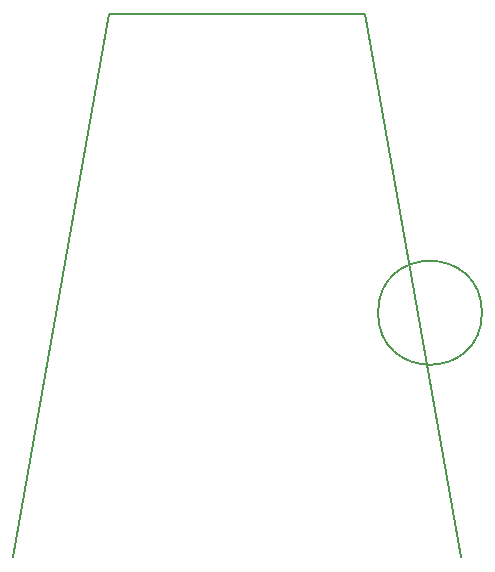
<source format=gbr>
G04 #@! TF.GenerationSoftware,KiCad,Pcbnew,(5.99.0-2290-gd34f8fd4b)*
G04 #@! TF.CreationDate,2020-11-06T19:29:51+01:00*
G04 #@! TF.ProjectId,Tympan-Nya,54796d70-616e-42d4-9e79-612e6b696361,rev?*
G04 #@! TF.SameCoordinates,PX6d878d0PY72e6100*
G04 #@! TF.FileFunction,Other,ECO2*
%FSLAX46Y46*%
G04 Gerber Fmt 4.6, Leading zero omitted, Abs format (unit mm)*
G04 Created by KiCad (PCBNEW (5.99.0-2290-gd34f8fd4b)) date 2020-11-06 19:29:51*
%MOMM*%
%LPD*%
G01*
G04 APERTURE LIST*
%ADD10C,0.150000*%
%ADD11C,0.200000*%
G04 APERTURE END LIST*
D10*
X-4512400Y7373800D02*
X-12691200Y53347800D01*
X-34332000Y53347800D02*
X-12691200Y53347800D01*
X-42510800Y7373800D02*
X-34332000Y53347800D01*
D11*
X-2779400Y28094400D02*
G75*
G03*
X-2779400Y28094400I-4400000J0D01*
G01*
M02*

</source>
